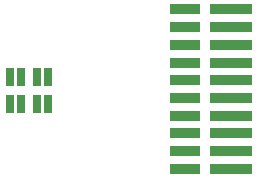
<source format=gbr>
%TF.GenerationSoftware,KiCad,Pcbnew,9.0.0*%
%TF.CreationDate,2025-04-15T14:49:33-07:00*%
%TF.ProjectId,LEDBoardBasic,4c454442-6f61-4726-9442-617369632e6b,rev?*%
%TF.SameCoordinates,Original*%
%TF.FileFunction,Paste,Top*%
%TF.FilePolarity,Positive*%
%FSLAX46Y46*%
G04 Gerber Fmt 4.6, Leading zero omitted, Abs format (unit mm)*
G04 Created by KiCad (PCBNEW 9.0.0) date 2025-04-15 14:49:33*
%MOMM*%
%LPD*%
G01*
G04 APERTURE LIST*
%ADD10R,0.650000X1.600000*%
%ADD11R,2.641600X0.838200*%
%ADD12R,3.556000X0.838200*%
G04 APERTURE END LIST*
D10*
%TO.C,D3*%
X133151880Y-96022599D03*
X132201880Y-96022599D03*
%TD*%
D11*
%TO.C,J1*%
X147032221Y-103788159D03*
D12*
X150932221Y-103788159D03*
D11*
X147032221Y-102288160D03*
D12*
X150932221Y-102288160D03*
D11*
X147032221Y-100788160D03*
D12*
X150932221Y-100788160D03*
D11*
X147032221Y-99288161D03*
D12*
X150932221Y-99288161D03*
D11*
X147032221Y-97788161D03*
D12*
X150932221Y-97788161D03*
D11*
X147032221Y-96288162D03*
D12*
X150932221Y-96288162D03*
D11*
X147032221Y-94788159D03*
D12*
X150932221Y-94788159D03*
D11*
X147032221Y-93288160D03*
D12*
X150932221Y-93288160D03*
D11*
X147032221Y-91788160D03*
D12*
X150932221Y-91788160D03*
D11*
X147032221Y-90288161D03*
D12*
X150932221Y-90288161D03*
%TD*%
D10*
%TO.C,D2*%
X134462480Y-96027679D03*
X135412480Y-96027679D03*
%TD*%
%TO.C,D1*%
X134470100Y-98282760D03*
X135420100Y-98282760D03*
%TD*%
%TO.C,D4*%
X133144300Y-98280659D03*
X132194300Y-98280659D03*
%TD*%
M02*

</source>
